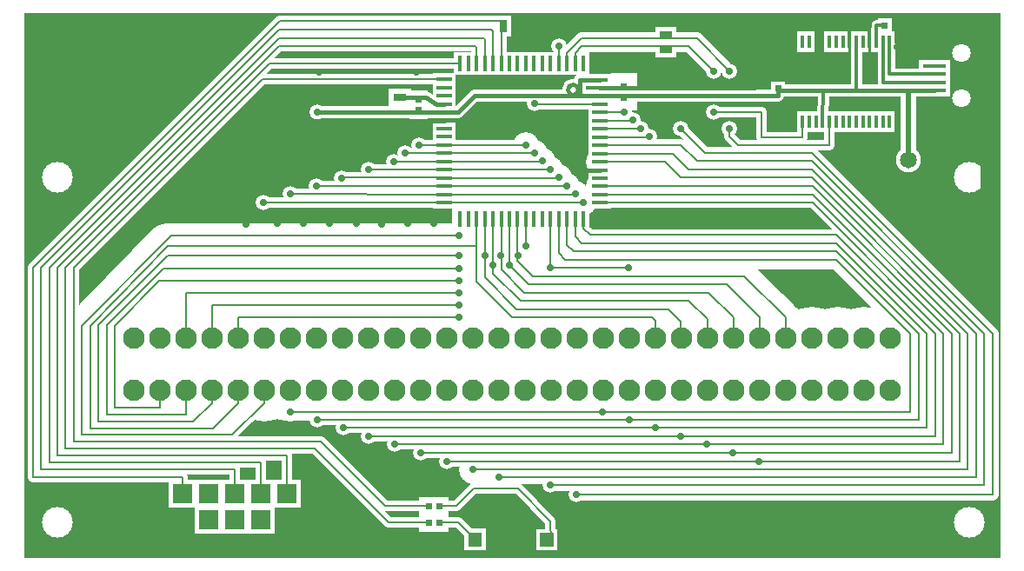
<source format=gbr>
%FSLAX34Y34*%
%MOMM*%
%LNCOPPER_TOP*%
G71*
G01*
%ADD10C, 0.00*%
%ADD11R, 1.10X2.10*%
%ADD12R, 0.30X1.30*%
%ADD13C, 0.40*%
%ADD14C, 1.10*%
%ADD15C, 1.20*%
%ADD16C, 0.30*%
%ADD17R, 2.50X2.00*%
%ADD18R, 2.30X0.40*%
%ADD19R, 3.10X1.20*%
%ADD20C, 1.80*%
%ADD21C, 0.80*%
%ADD22R, 2.20X1.80*%
%ADD23R, 1.60X2.00*%
%ADD24C, 1.00*%
%ADD25R, 1.50X0.40*%
%ADD26C, 6.10*%
%ADD27C, 1.50*%
%ADD28C, 2.50*%
%ADD29R, 1.20X2.30*%
%ADD30R, 2.30X1.20*%
%ADD31R, 3.20X4.30*%
%ADD32C, 2.80*%
%ADD33C, 7.70*%
%ADD34C, 1.80*%
%ADD35C, 1.60*%
%ADD36C, 4.70*%
%ADD37C, 1.40*%
%ADD38C, 2.40*%
%ADD39C, 3.00*%
%ADD40C, 2.20*%
%ADD41C, 4.40*%
%ADD42R, 2.00X1.60*%
%ADD43C, 0.70*%
%ADD44C, 0.20*%
%ADD45C, 3.00*%
%ADD46C, 1.64*%
%ADD47C, 2.44*%
%ADD48C, 1.50*%
%ADD49R, 1.20X0.80*%
%ADD50R, 0.80X1.20*%
%ADD51C, 2.10*%
%ADD52R, 0.40X1.50*%
%ADD53C, 0.50*%
%LPD*%
G54D10*
X0Y0D02*
X950000Y0D01*
X950000Y-530000D01*
X0Y-530000D01*
X0Y0D01*
G36*
X0Y0D02*
X950000Y0D01*
X950000Y-530000D01*
X0Y-530000D01*
X0Y0D01*
G37*
%LPC*%
X842610Y-27751D02*
G54D11*
D03*
X842610Y-105751D02*
G54D11*
D03*
X836110Y-27751D02*
G54D11*
D03*
X836110Y-105751D02*
G54D11*
D03*
X829610Y-27751D02*
G54D11*
D03*
X829610Y-105751D02*
G54D11*
D03*
X823110Y-27751D02*
G54D12*
D03*
X823110Y-105751D02*
G54D11*
D03*
X816610Y-27751D02*
G54D11*
D03*
X816610Y-105751D02*
G54D11*
D03*
X810110Y-27751D02*
G54D11*
D03*
X810110Y-105751D02*
G54D11*
D03*
X803610Y-27751D02*
G54D12*
D03*
X803610Y-105751D02*
G54D11*
D03*
X797110Y-27751D02*
G54D11*
D03*
X797110Y-105751D02*
G54D11*
D03*
X790610Y-27751D02*
G54D11*
D03*
X790610Y-105751D02*
G54D11*
D03*
X784110Y-27751D02*
G54D11*
D03*
X784110Y-105751D02*
G54D11*
D03*
X777610Y-27751D02*
G54D12*
D03*
X777610Y-105751D02*
G54D11*
D03*
X771110Y-27751D02*
G54D12*
D03*
X771110Y-105751D02*
G54D11*
D03*
X764610Y-27751D02*
G54D11*
D03*
X764610Y-105751D02*
G54D11*
D03*
X758110Y-27751D02*
G54D11*
D03*
X758110Y-105751D02*
G54D11*
D03*
G54D13*
X850170Y-12133D02*
X886170Y-12133D01*
G54D14*
X829610Y-27751D02*
X829610Y-11429D01*
X835972Y-11429D01*
G54D14*
X842519Y-29878D02*
X842519Y-59179D01*
X886200Y-59179D01*
G54D14*
X836117Y-31168D02*
X836117Y-67179D01*
X886200Y-67179D01*
G54D15*
X886170Y-75133D02*
X810120Y-75133D01*
G54D14*
X777888Y-75227D02*
X777596Y-104858D01*
G54D13*
X854170Y-12133D02*
X854170Y-2633D01*
X823068Y-2657D01*
X823074Y-12132D01*
X771106Y-12133D01*
X771061Y-12087D01*
G54D16*
X777552Y-26857D02*
X777552Y-12276D01*
X777740Y-12087D01*
G54D16*
X803611Y-24787D02*
X803611Y-12087D01*
G54D16*
X823084Y-25540D02*
X823084Y-7948D01*
G54D15*
X810120Y-75133D02*
X733814Y-75174D01*
G36*
X727072Y-80244D02*
X727072Y-66244D01*
X741072Y-66244D01*
X741072Y-80244D01*
X727072Y-80244D01*
G37*
G36*
X731072Y-65844D02*
X731072Y-59844D01*
X737072Y-59844D01*
X737072Y-65844D01*
X731072Y-65844D01*
G37*
G54D13*
X734170Y-60133D02*
X734170Y-12133D01*
X770170Y-12133D01*
X934500Y-14579D02*
G54D17*
D03*
X934500Y-103579D02*
G54D17*
D03*
X887500Y-14579D02*
G54D17*
D03*
X887500Y-103579D02*
G54D17*
D03*
X886200Y-43179D02*
G54D18*
D03*
X886200Y-51179D02*
G54D19*
D03*
X886200Y-59179D02*
G54D19*
D03*
X886200Y-67179D02*
G54D19*
D03*
X886200Y-75179D02*
G54D19*
D03*
X912323Y-38770D02*
G54D20*
D03*
X912323Y-82770D02*
G54D20*
D03*
G54D13*
X884964Y-42682D02*
X884963Y-12031D01*
X936158Y-12031D01*
G54D13*
X560072Y-72531D02*
X711000Y-72531D01*
X711000Y-62844D01*
X734072Y-62844D01*
G54D15*
X560670Y-80531D02*
X733814Y-80531D01*
X733814Y-75174D01*
G54D15*
X560072Y-64531D02*
X540786Y-64531D01*
X540565Y-64751D01*
X540565Y-80301D01*
X559842Y-80301D01*
X560072Y-80531D01*
G54D15*
X409072Y-96331D02*
X422669Y-96331D01*
X438699Y-80301D01*
X540565Y-80301D01*
G54D14*
X810166Y-30192D02*
X810120Y-75133D01*
G54D16*
X771061Y-25540D02*
X771061Y-12087D01*
G54D21*
X934841Y-235518D02*
X934500Y-14579D01*
X365572Y-81868D02*
G54D22*
D03*
G54D15*
X409072Y-88331D02*
X401636Y-88331D01*
X390819Y-81898D01*
X381572Y-81868D01*
X365572Y-81867D01*
X466410Y-12140D02*
G54D23*
D03*
G54D24*
X424372Y-48931D02*
X238880Y-48931D01*
X39989Y-247823D01*
X39989Y-424043D01*
X283043Y-424043D01*
X354750Y-495750D01*
X390800Y-495750D01*
G54D24*
X409072Y-64331D02*
X231700Y-64331D01*
X47884Y-248146D01*
X47884Y-417340D01*
X288340Y-417340D01*
X351000Y-480000D01*
X393716Y-479982D01*
X560072Y-72531D02*
G54D25*
D03*
G54D15*
G75*
G01X529411Y-74572D02*
G03X529411Y-74572I5000J0D01*
G01*
X842848Y-366888D02*
G54D26*
D03*
X817448Y-366888D02*
G54D26*
D03*
X792048Y-366888D02*
G54D26*
D03*
X766648Y-366888D02*
G54D26*
D03*
X741248Y-366888D02*
G54D26*
D03*
X715848Y-366888D02*
G54D26*
D03*
X690448Y-366888D02*
G54D26*
D03*
X665048Y-366888D02*
G54D26*
D03*
X639648Y-366888D02*
G54D26*
D03*
X614248Y-366888D02*
G54D26*
D03*
X588848Y-366888D02*
G54D26*
D03*
X563448Y-366888D02*
G54D26*
D03*
X538048Y-366888D02*
G54D26*
D03*
X512648Y-366888D02*
G54D26*
D03*
X487248Y-366888D02*
G54D26*
D03*
X461848Y-366888D02*
G54D26*
D03*
X436448Y-366888D02*
G54D26*
D03*
X411048Y-366888D02*
G54D26*
D03*
X385648Y-366888D02*
G54D26*
D03*
X360248Y-366888D02*
G54D26*
D03*
X334848Y-366888D02*
G54D26*
D03*
X309448Y-366888D02*
G54D26*
D03*
X284048Y-366888D02*
G54D26*
D03*
X258648Y-366888D02*
G54D26*
D03*
X233248Y-366888D02*
G54D26*
D03*
X207848Y-366888D02*
G54D26*
D03*
X182448Y-366888D02*
G54D26*
D03*
X157047Y-366888D02*
G54D26*
D03*
X131647Y-366888D02*
G54D26*
D03*
X106247Y-366888D02*
G54D26*
D03*
X842848Y-316089D02*
G54D26*
D03*
X817448Y-316089D02*
G54D26*
D03*
X792048Y-316089D02*
G54D26*
D03*
X766648Y-316089D02*
G54D26*
D03*
X741248Y-316089D02*
G54D26*
D03*
X715848Y-316089D02*
G54D26*
D03*
X690448Y-316089D02*
G54D26*
D03*
X665048Y-316089D02*
G54D26*
D03*
X639648Y-316089D02*
G54D26*
D03*
X614248Y-316089D02*
G54D26*
D03*
X588848Y-316089D02*
G54D26*
D03*
X563448Y-316089D02*
G54D26*
D03*
X538048Y-316089D02*
G54D26*
D03*
X512648Y-316089D02*
G54D26*
D03*
X436448Y-316089D02*
G54D26*
D03*
X411048Y-316089D02*
G54D26*
D03*
X385648Y-316089D02*
G54D26*
D03*
X360248Y-316089D02*
G54D26*
D03*
X334848Y-316089D02*
G54D26*
D03*
X309448Y-316089D02*
G54D26*
D03*
X284048Y-316089D02*
G54D26*
D03*
X258648Y-316089D02*
G54D26*
D03*
X233248Y-316089D02*
G54D26*
D03*
X207848Y-316089D02*
G54D26*
D03*
X182448Y-316089D02*
G54D26*
D03*
X157047Y-316089D02*
G54D26*
D03*
X131647Y-316089D02*
G54D26*
D03*
X106247Y-316089D02*
G54D26*
D03*
G54D24*
X409072Y-184331D02*
X232199Y-184612D01*
X258928Y-176158D02*
G54D27*
D03*
X284328Y-168404D02*
G54D27*
D03*
X309192Y-160765D02*
G54D27*
D03*
X335343Y-152229D02*
G54D27*
D03*
X359916Y-144674D02*
G54D27*
D03*
X370598Y-135809D02*
G54D27*
D03*
X384523Y-128033D02*
G54D27*
D03*
G54D24*
X409072Y-176331D02*
X258928Y-176158D01*
G54D24*
X409072Y-128331D02*
X384821Y-128331D01*
X384523Y-128033D01*
G54D24*
X409072Y-136331D02*
X371120Y-136331D01*
X370598Y-135809D01*
G54D24*
X409072Y-144331D02*
X359936Y-144695D01*
X359916Y-144674D01*
G54D24*
X407000Y-152000D02*
X335343Y-152229D01*
G54D24*
X407000Y-160000D02*
X309957Y-160000D01*
X309192Y-160765D01*
G54D24*
X409072Y-168331D02*
X285492Y-168331D01*
X284328Y-168404D01*
X232958Y-184439D02*
G54D27*
D03*
X488523Y-128033D02*
G54D28*
D03*
X496523Y-136033D02*
G54D28*
D03*
X504523Y-144033D02*
G54D28*
D03*
X512523Y-152033D02*
G54D28*
D03*
X520523Y-160033D02*
G54D28*
D03*
X528523Y-168033D02*
G54D28*
D03*
X536523Y-176033D02*
G54D28*
D03*
X544523Y-184033D02*
G54D28*
D03*
G54D24*
X409072Y-128331D02*
X488226Y-128331D01*
X488523Y-128033D01*
G54D24*
X409072Y-136331D02*
X496226Y-136331D01*
X496523Y-136033D01*
G54D24*
X409072Y-144331D02*
X504226Y-144331D01*
X504523Y-144033D01*
G54D24*
X409072Y-152331D02*
X512226Y-152331D01*
X512523Y-152033D01*
G54D24*
X409072Y-160331D02*
X520226Y-160331D01*
X520523Y-160033D01*
G54D24*
X409072Y-168331D02*
X528226Y-168331D01*
X528523Y-168033D01*
G54D24*
X409072Y-176331D02*
X536226Y-176331D01*
X536523Y-176033D01*
G54D24*
X409072Y-184331D02*
X544226Y-184331D01*
X544523Y-184033D01*
X544372Y-48931D02*
G54D29*
D03*
X536372Y-48931D02*
G54D29*
D03*
X528372Y-48931D02*
G54D29*
D03*
X520372Y-48931D02*
G54D29*
D03*
X512372Y-48931D02*
G54D29*
D03*
X504372Y-48931D02*
G54D29*
D03*
X496372Y-48931D02*
G54D29*
D03*
X560072Y-64531D02*
G54D30*
D03*
X560072Y-72531D02*
G54D25*
D03*
X560072Y-80531D02*
G54D30*
D03*
X560072Y-88531D02*
G54D30*
D03*
X560072Y-96531D02*
G54D30*
D03*
X560072Y-104531D02*
G54D30*
D03*
X560072Y-112531D02*
G54D30*
D03*
X488372Y-200331D02*
G54D29*
D03*
X496372Y-200331D02*
G54D29*
D03*
X504372Y-200331D02*
G54D29*
D03*
X512372Y-200331D02*
G54D29*
D03*
X520372Y-200331D02*
G54D29*
D03*
X528372Y-200331D02*
G54D29*
D03*
X536372Y-200331D02*
G54D29*
D03*
X409072Y-120331D02*
G54D30*
D03*
X409072Y-112331D02*
G54D30*
D03*
X409072Y-104331D02*
G54D25*
D03*
X409072Y-96331D02*
G54D30*
D03*
X409072Y-88331D02*
G54D30*
D03*
X409072Y-80331D02*
G54D30*
D03*
X409072Y-72331D02*
G54D30*
D03*
X409072Y-64331D02*
G54D30*
D03*
X409072Y-72331D02*
G54D30*
D03*
X409072Y-80331D02*
G54D30*
D03*
X409072Y-88331D02*
G54D30*
D03*
X409072Y-96331D02*
G54D30*
D03*
X409072Y-104331D02*
G54D25*
D03*
X409072Y-112331D02*
G54D30*
D03*
X488372Y-48931D02*
G54D29*
D03*
X496372Y-48931D02*
G54D29*
D03*
X504372Y-48931D02*
G54D29*
D03*
X512372Y-48931D02*
G54D29*
D03*
X520372Y-48931D02*
G54D29*
D03*
X528372Y-48931D02*
G54D29*
D03*
X536372Y-48931D02*
G54D29*
D03*
X560072Y-120531D02*
G54D30*
D03*
X560072Y-112531D02*
G54D30*
D03*
X560072Y-104531D02*
G54D30*
D03*
X560072Y-96531D02*
G54D30*
D03*
X560072Y-88531D02*
G54D30*
D03*
X560072Y-80531D02*
G54D30*
D03*
X560072Y-72531D02*
G54D25*
D03*
X544372Y-200331D02*
G54D29*
D03*
X536372Y-200331D02*
G54D29*
D03*
X528372Y-200331D02*
G54D29*
D03*
X520372Y-200331D02*
G54D29*
D03*
X512372Y-200331D02*
G54D29*
D03*
X504372Y-200331D02*
G54D29*
D03*
X496372Y-200331D02*
G54D29*
D03*
X560072Y-128531D02*
G54D30*
D03*
X560072Y-136531D02*
G54D30*
D03*
X560072Y-144531D02*
G54D30*
D03*
X560072Y-152531D02*
G54D30*
D03*
X560072Y-160531D02*
G54D30*
D03*
X560072Y-168531D02*
G54D30*
D03*
X560072Y-176531D02*
G54D30*
D03*
X560072Y-184531D02*
G54D30*
D03*
X560072Y-176531D02*
G54D30*
D03*
X560072Y-168531D02*
G54D30*
D03*
X560072Y-160531D02*
G54D30*
D03*
X560072Y-152531D02*
G54D25*
D03*
X560072Y-144531D02*
G54D30*
D03*
X560072Y-136531D02*
G54D30*
D03*
X480372Y-48931D02*
G54D29*
D03*
X472372Y-48931D02*
G54D29*
D03*
X464372Y-48931D02*
G54D29*
D03*
X456372Y-48931D02*
G54D29*
D03*
X448372Y-48931D02*
G54D29*
D03*
X440372Y-48931D02*
G54D29*
D03*
X432372Y-48931D02*
G54D29*
D03*
X424372Y-48931D02*
G54D29*
D03*
X432372Y-48931D02*
G54D29*
D03*
X440372Y-48931D02*
G54D29*
D03*
X448372Y-48931D02*
G54D29*
D03*
X456372Y-48931D02*
G54D29*
D03*
X464372Y-48931D02*
G54D29*
D03*
X472372Y-48931D02*
G54D29*
D03*
X424372Y-200331D02*
G54D29*
D03*
X432372Y-200331D02*
G54D29*
D03*
X448372Y-200331D02*
G54D29*
D03*
X456372Y-200331D02*
G54D29*
D03*
X464372Y-200331D02*
G54D29*
D03*
X472372Y-200331D02*
G54D29*
D03*
X480372Y-200331D02*
G54D29*
D03*
X480372Y-200331D02*
G54D29*
D03*
X472372Y-200331D02*
G54D29*
D03*
X464372Y-200331D02*
G54D29*
D03*
X456372Y-200331D02*
G54D29*
D03*
X448372Y-200331D02*
G54D29*
D03*
X432372Y-200331D02*
G54D31*
D03*
X409072Y-184331D02*
G54D30*
D03*
X409072Y-176331D02*
G54D30*
D03*
X409072Y-168331D02*
G54D30*
D03*
X409072Y-160331D02*
G54D30*
D03*
X409072Y-152331D02*
G54D30*
D03*
X409072Y-144331D02*
G54D30*
D03*
X409072Y-136331D02*
G54D30*
D03*
X409072Y-128331D02*
G54D30*
D03*
X409072Y-136331D02*
G54D30*
D03*
X409072Y-144331D02*
G54D30*
D03*
X409072Y-152331D02*
G54D30*
D03*
X409072Y-160331D02*
G54D30*
D03*
X409072Y-168331D02*
G54D30*
D03*
X409072Y-176331D02*
G54D30*
D03*
X440372Y-200331D02*
G54D29*
D03*
X461848Y-316088D02*
G54D26*
D03*
X487248Y-316088D02*
G54D26*
D03*
G54D32*
X440372Y-200331D02*
X440372Y-261372D01*
X475000Y-296000D01*
X611000Y-296000D01*
X614248Y-299248D01*
X614248Y-316089D01*
G54D32*
X448372Y-200331D02*
X448372Y-257372D01*
X479000Y-288000D01*
X627000Y-288000D01*
X639000Y-300000D01*
X639000Y-315441D01*
X639648Y-316089D01*
G54D32*
X456372Y-200331D02*
X456372Y-253372D01*
X483000Y-280000D01*
X647000Y-280000D01*
X665048Y-298048D01*
X665048Y-316089D01*
G54D32*
X464372Y-200331D02*
X464372Y-249372D01*
X487000Y-272000D01*
X666424Y-272000D01*
X690452Y-296028D01*
X690448Y-316089D01*
G54D32*
X472372Y-200331D02*
X472372Y-245372D01*
X491000Y-264000D01*
X684112Y-264000D01*
X715873Y-295761D01*
X715848Y-316089D01*
G54D32*
X480372Y-200331D02*
X480372Y-241372D01*
X495000Y-256000D01*
X701390Y-256000D01*
X741243Y-295853D01*
X741248Y-316089D01*
X512380Y-248105D02*
G54D33*
D03*
G54D24*
X512372Y-200331D02*
X512228Y-247954D01*
X512380Y-248105D01*
G54D34*
X520372Y-200331D02*
X520372Y-233372D01*
X527000Y-240000D01*
X791000Y-240000D01*
X863000Y-312000D01*
X863000Y-387953D01*
X563317Y-387953D01*
G54D34*
X528372Y-200331D02*
X528372Y-225372D01*
X535000Y-232000D01*
X791000Y-232000D01*
X871000Y-312000D01*
X871000Y-395935D01*
X588883Y-395935D01*
X588883Y-395935D02*
G54D27*
D03*
X614329Y-403866D02*
G54D27*
D03*
X639119Y-412048D02*
G54D27*
D03*
X664764Y-419771D02*
G54D27*
D03*
X689920Y-428156D02*
G54D27*
D03*
X715320Y-436855D02*
G54D27*
D03*
G54D34*
X536372Y-200331D02*
X536372Y-217372D01*
X543000Y-224000D01*
X791000Y-224000D01*
X879000Y-312000D01*
X879000Y-403866D01*
X614329Y-403866D01*
G54D24*
X544372Y-200331D02*
X544372Y-209372D01*
X551000Y-216000D01*
X791000Y-216000D01*
X887000Y-312000D01*
X887000Y-412048D01*
X639119Y-412048D01*
G54D24*
X560072Y-184531D02*
X767531Y-184531D01*
X895000Y-312000D01*
X895000Y-419771D01*
X664764Y-419771D01*
G54D24*
X560072Y-176531D02*
X767531Y-176531D01*
X903000Y-312000D01*
X903000Y-428156D01*
X689920Y-428156D01*
G54D32*
X560072Y-168531D02*
X767531Y-168531D01*
X911000Y-312000D01*
X911000Y-436855D01*
X715320Y-436855D01*
X563317Y-387953D02*
G54D27*
D03*
X284883Y-395935D02*
G54D27*
D03*
X310329Y-403866D02*
G54D27*
D03*
X335119Y-412048D02*
G54D27*
D03*
X360764Y-419771D02*
G54D27*
D03*
X385920Y-428156D02*
G54D27*
D03*
X411320Y-436855D02*
G54D27*
D03*
X259317Y-387953D02*
G54D27*
D03*
G54D35*
X563317Y-387953D02*
X259317Y-387953D01*
G54D24*
X588883Y-395935D02*
X284883Y-395935D01*
G54D24*
X614329Y-403866D02*
X310329Y-403866D01*
G54D24*
X639119Y-412048D02*
X335119Y-412048D01*
G54D24*
X664764Y-419771D02*
X360764Y-419771D01*
G54D24*
X689920Y-428156D02*
X385920Y-428156D01*
G54D24*
X715320Y-436855D02*
X411320Y-436855D01*
X423343Y-216229D02*
G54D27*
D03*
X423343Y-235754D02*
G54D27*
D03*
X423343Y-248229D02*
G54D27*
D03*
X423343Y-260229D02*
G54D27*
D03*
X423343Y-272229D02*
G54D36*
D03*
X423343Y-284229D02*
G54D36*
D03*
X480580Y-236146D02*
G54D27*
D03*
G54D24*
X488372Y-200331D02*
X488372Y-226628D01*
X488372Y-226628D02*
G54D33*
D03*
X423343Y-296229D02*
G54D27*
D03*
G54D34*
X423343Y-296229D02*
X207848Y-296229D01*
X207848Y-316089D01*
G54D15*
X423343Y-284229D02*
X183000Y-284229D01*
X183000Y-315536D01*
X182448Y-316089D01*
X472372Y-245372D02*
G54D27*
D03*
X464244Y-235786D02*
G54D27*
D03*
X456366Y-245512D02*
G54D27*
D03*
X448439Y-235634D02*
G54D27*
D03*
G54D37*
X423343Y-272229D02*
X157047Y-272229D01*
X157047Y-316089D01*
G54D38*
X423343Y-260229D02*
X130771Y-260229D01*
X88032Y-304196D01*
X88032Y-383855D01*
X131632Y-383855D01*
X131647Y-366888D01*
G54D39*
X423343Y-248229D02*
X135637Y-248229D01*
X80235Y-303630D01*
X80235Y-390792D01*
X157047Y-390792D01*
X157047Y-366888D01*
G54D40*
X423343Y-235754D02*
X139246Y-235754D01*
X71982Y-304000D01*
X71982Y-397653D01*
X164596Y-397653D01*
X182448Y-379801D01*
X182448Y-366888D01*
G54D41*
X440192Y-226960D02*
X140040Y-226960D01*
X64126Y-304188D01*
X64126Y-404000D01*
X183783Y-404000D01*
X207848Y-379935D01*
X207848Y-366888D01*
G54D24*
X423343Y-216229D02*
X142771Y-216229D01*
X55844Y-304188D01*
X55844Y-410301D01*
X202638Y-410301D01*
X233269Y-379670D01*
X233248Y-366888D01*
X588523Y-248033D02*
G54D27*
D03*
G54D24*
X588523Y-248033D02*
X512380Y-248105D01*
X496523Y-88033D02*
G54D27*
D03*
X584523Y-96033D02*
G54D27*
D03*
G54D24*
X560072Y-88531D02*
X497021Y-88531D01*
X496523Y-88033D01*
X592523Y-104033D02*
G54D27*
D03*
X600523Y-112033D02*
G54D27*
D03*
G54D24*
X560072Y-96531D02*
X584026Y-96531D01*
X584523Y-96033D01*
G54D24*
X560072Y-104531D02*
X592026Y-104531D01*
X592523Y-104033D01*
G54D24*
X560072Y-112531D02*
X600026Y-112531D01*
X600523Y-112033D01*
X608523Y-120033D02*
G54D27*
D03*
G54D24*
X560072Y-120531D02*
X608026Y-120531D01*
X608523Y-120033D01*
X436905Y-444162D02*
G54D27*
D03*
X462267Y-452066D02*
G54D27*
D03*
X512531Y-459715D02*
G54D27*
D03*
X537443Y-468361D02*
G54D27*
D03*
G54D32*
X436905Y-444162D02*
X919000Y-444162D01*
X919000Y-312000D01*
X767000Y-160000D01*
X639000Y-160000D01*
X623531Y-144531D01*
X560072Y-144531D01*
G54D15*
X462267Y-452066D02*
X927000Y-452066D01*
X927000Y-312000D01*
X767000Y-152000D01*
X647000Y-152000D01*
X631531Y-136531D01*
X560072Y-136531D01*
G54D15*
X512531Y-459715D02*
X935000Y-459715D01*
X935000Y-312000D01*
X767000Y-144000D01*
X655000Y-144000D01*
X639531Y-128531D01*
X560072Y-128531D01*
G54D15*
X537443Y-468361D02*
X943000Y-468361D01*
X943000Y-312000D01*
X767000Y-136000D01*
X663000Y-136000D01*
X639000Y-112000D01*
X520523Y-32033D02*
G54D27*
D03*
G54D24*
X520372Y-48931D02*
X520372Y-32184D01*
X520523Y-32033D01*
X639000Y-112000D02*
G54D27*
D03*
G54D15*
X536372Y-48931D02*
X536372Y-38628D01*
X543000Y-32000D01*
X647000Y-32000D01*
X671000Y-56000D01*
G54D15*
X528372Y-48931D02*
X528372Y-38628D01*
X543000Y-24000D01*
X655000Y-24000D01*
X687000Y-56000D01*
X671000Y-56000D02*
G54D27*
D03*
X671000Y-96000D02*
G54D27*
D03*
X687000Y-112000D02*
G54D27*
D03*
X687000Y-56000D02*
G54D27*
D03*
G54D24*
X687000Y-112000D02*
X687000Y-120000D01*
X695000Y-128000D01*
X784110Y-128000D01*
X784110Y-105751D01*
G54D24*
X671000Y-96000D02*
X718000Y-96000D01*
X718000Y-120915D01*
X758098Y-120915D01*
X758098Y-105763D01*
X758110Y-105751D01*
X284958Y-96439D02*
G54D27*
D03*
G36*
X428500Y-502192D02*
X449500Y-502192D01*
X449500Y-523192D01*
X428500Y-523192D01*
X428500Y-502192D01*
G37*
G36*
X454250Y-506192D02*
X467250Y-506192D01*
X467250Y-519192D01*
X454250Y-519192D01*
X454250Y-506192D01*
G37*
X624372Y-21239D02*
G54D42*
D03*
X624372Y-35068D02*
G54D42*
D03*
G54D15*
X409072Y-96331D02*
X284958Y-96439D01*
G36*
X831019Y-4979D02*
X845019Y-4979D01*
X845019Y-18979D01*
X831019Y-18979D01*
X831019Y-4979D01*
G37*
G36*
X845419Y-8979D02*
X851419Y-8979D01*
X851419Y-14979D01*
X845419Y-14979D01*
X845419Y-8979D01*
G37*
G36*
X216900Y-506900D02*
X216900Y-479900D01*
X243900Y-479900D01*
X243900Y-506900D01*
X216900Y-506900D01*
G37*
G36*
X191500Y-506900D02*
X191500Y-479900D01*
X218500Y-479900D01*
X218500Y-506900D01*
X191500Y-506900D01*
G37*
G36*
X166100Y-506900D02*
X166100Y-479900D01*
X193100Y-479900D01*
X193100Y-506900D01*
X166100Y-506900D01*
G37*
G36*
X166100Y-481500D02*
X166100Y-454500D01*
X193100Y-454500D01*
X193100Y-481500D01*
X166100Y-481500D01*
G37*
G36*
X191500Y-481500D02*
X191500Y-454500D01*
X218500Y-454500D01*
X218500Y-481500D01*
X191500Y-481500D01*
G37*
G36*
X216900Y-481500D02*
X216900Y-454500D01*
X243900Y-454500D01*
X243900Y-481500D01*
X216900Y-481500D01*
G37*
G36*
X246300Y-502900D02*
X246300Y-483900D01*
X265300Y-483900D01*
X265300Y-502900D01*
X246300Y-502900D01*
G37*
G36*
X242300Y-481500D02*
X242300Y-454500D01*
X269300Y-454500D01*
X269300Y-481500D01*
X242300Y-481500D01*
G37*
G36*
X144700Y-502900D02*
X144700Y-483900D01*
X163700Y-483900D01*
X163700Y-502900D01*
X144700Y-502900D01*
G37*
G36*
X140700Y-481500D02*
X140700Y-454500D01*
X167700Y-454500D01*
X167700Y-481500D01*
X140700Y-481500D01*
G37*
G54D24*
X404116Y-479982D02*
X420611Y-479982D01*
X437796Y-462796D01*
X480589Y-462796D01*
X512589Y-494796D01*
X512750Y-512692D01*
G54D24*
X407200Y-495750D02*
X422058Y-495750D01*
X439000Y-512692D01*
X461122Y-479902D02*
G54D43*
D03*
G54D44*
X460750Y-512692D02*
X460750Y-480274D01*
X461122Y-479902D01*
G54D44*
X491000Y-512692D02*
X460750Y-512692D01*
G54D24*
X440372Y-48931D02*
X440372Y-33372D01*
X439000Y-32000D01*
X248067Y-32000D01*
X32071Y-247996D01*
X32071Y-430671D01*
X255800Y-430671D01*
X255800Y-468000D01*
G54D24*
X448372Y-48931D02*
X448372Y-25372D01*
X447000Y-24000D01*
X248017Y-24000D01*
X24154Y-247863D01*
X24154Y-437026D01*
X230400Y-437026D01*
X230400Y-468000D01*
G54D24*
X456372Y-48931D02*
X456372Y-17372D01*
X455000Y-16000D01*
X247886Y-16000D01*
X16003Y-247882D01*
X16003Y-444000D01*
X205000Y-444000D01*
X205000Y-468000D01*
G54D24*
X464372Y-48931D02*
X464372Y-7068D01*
X248950Y-7068D01*
X8009Y-248009D01*
X8009Y-452000D01*
X154200Y-452000D01*
X154200Y-468000D01*
G54D13*
X409072Y-104331D02*
X251000Y-104331D01*
X251000Y-91883D01*
G36*
X597082Y-58528D02*
X597082Y-84528D01*
X571082Y-84528D01*
X571082Y-58528D01*
X597082Y-58528D01*
G37*
G36*
X597082Y-68928D02*
X597082Y-94928D01*
X571082Y-94928D01*
X571082Y-68928D01*
X597082Y-68928D01*
G37*
G36*
X392925Y-74883D02*
X392925Y-92883D01*
X374925Y-92883D01*
X374925Y-74883D01*
X392925Y-74883D01*
G37*
G36*
X392925Y-85283D02*
X392925Y-103283D01*
X374925Y-103283D01*
X374925Y-85283D01*
X392925Y-85283D01*
G37*
X251000Y-91883D02*
G54D43*
D03*
X945803Y-63465D02*
G54D43*
D03*
X900741Y-32318D02*
G54D43*
D03*
X849941Y-32318D02*
G54D43*
D03*
X756341Y-48318D02*
G54D43*
D03*
X705541Y-48318D02*
G54D43*
D03*
X138741Y-32318D02*
G54D43*
D03*
X87941Y-32318D02*
G54D43*
D03*
X37141Y-32318D02*
G54D43*
D03*
X37141Y-83118D02*
G54D43*
D03*
X87941Y-83118D02*
G54D43*
D03*
X138741Y-83118D02*
G54D43*
D03*
X37141Y-133918D02*
G54D43*
D03*
X87941Y-133918D02*
G54D43*
D03*
X37141Y-184718D02*
G54D43*
D03*
X934841Y-235518D02*
G54D43*
D03*
X934817Y-285708D02*
G54D43*
D03*
X752386Y-283636D02*
G54D43*
D03*
X730941Y-260918D02*
G54D43*
D03*
X726420Y-202290D02*
G54D43*
D03*
X675620Y-202290D02*
G54D43*
D03*
X624820Y-202290D02*
G54D43*
D03*
X574020Y-202290D02*
G54D43*
D03*
X269220Y-151490D02*
G54D43*
D03*
X345420Y-126090D02*
G54D43*
D03*
X428134Y-109358D02*
G54D43*
D03*
X436362Y-66756D02*
G54D43*
D03*
X512501Y-66756D02*
G54D43*
D03*
X560268Y-46690D02*
G54D43*
D03*
X595808Y-46690D02*
G54D43*
D03*
X623683Y-63066D02*
G54D43*
D03*
X655042Y-63415D02*
G54D43*
D03*
X381670Y-40483D02*
G54D43*
D03*
X287032Y-40483D02*
G54D43*
D03*
X381670Y-57373D02*
G54D43*
D03*
X287032Y-57373D02*
G54D43*
D03*
X271418Y-77700D02*
G54D43*
D03*
X309049Y-77700D02*
G54D43*
D03*
X346331Y-77700D02*
G54D43*
D03*
X180902Y-140736D02*
G54D43*
D03*
X223261Y-140467D02*
G54D43*
D03*
X127783Y-194102D02*
G54D43*
D03*
X170142Y-193834D02*
G54D43*
D03*
X87289Y-234021D02*
G54D43*
D03*
X56856Y-274392D02*
G54D43*
D03*
X799141Y-133918D02*
G54D43*
D03*
X640665Y-97738D02*
G54D43*
D03*
X545141Y-505518D02*
G54D43*
D03*
X595941Y-505518D02*
G54D43*
D03*
X646741Y-505518D02*
G54D43*
D03*
X697541Y-505518D02*
G54D43*
D03*
X748341Y-505518D02*
G54D43*
D03*
X799141Y-505518D02*
G54D43*
D03*
X849941Y-505518D02*
G54D43*
D03*
X900741Y-505518D02*
G54D43*
D03*
X216163Y-205341D02*
G54D43*
D03*
X246430Y-204748D02*
G54D43*
D03*
X271653Y-204748D02*
G54D43*
D03*
X296875Y-204748D02*
G54D43*
D03*
X323285Y-204748D02*
G54D43*
D03*
X348211Y-205044D02*
G54D43*
D03*
X373433Y-204748D02*
G54D43*
D03*
X398952Y-204748D02*
G54D43*
D03*
G36*
X413137Y-505059D02*
X395137Y-505059D01*
X395137Y-487059D01*
X413137Y-487059D01*
X413137Y-505059D01*
G37*
G36*
X402737Y-505059D02*
X384737Y-505059D01*
X384737Y-487059D01*
X402737Y-487059D01*
X402737Y-505059D01*
G37*
G36*
X413116Y-488982D02*
X395116Y-488982D01*
X395116Y-470982D01*
X413116Y-470982D01*
X413116Y-488982D01*
G37*
G36*
X402716Y-488982D02*
X384716Y-488982D01*
X384716Y-470982D01*
X402716Y-470982D01*
X402716Y-488982D01*
G37*
G54D13*
X560072Y-152531D02*
X535531Y-152531D01*
X535000Y-152000D01*
X331141Y-433518D02*
G54D43*
D03*
X371141Y-457518D02*
G54D43*
D03*
X419141Y-457518D02*
G54D43*
D03*
G36*
X519333Y-523289D02*
X498333Y-523289D01*
X498333Y-502289D01*
X519333Y-502289D01*
X519333Y-523289D01*
G37*
G36*
X493583Y-519289D02*
X480583Y-519289D01*
X480583Y-506289D01*
X493583Y-506289D01*
X493583Y-519289D01*
G37*
X849941Y-184718D02*
G54D43*
D03*
X900741Y-184718D02*
G54D43*
D03*
X122741Y-468318D02*
G54D43*
D03*
X71941Y-468318D02*
G54D43*
D03*
X21141Y-468318D02*
G54D43*
D03*
X21141Y-519118D02*
G54D43*
D03*
X71941Y-519118D02*
G54D43*
D03*
X122741Y-519118D02*
G54D43*
D03*
X505541Y-8318D02*
G54D43*
D03*
X577541Y-8318D02*
G54D43*
D03*
X649541Y-8318D02*
G54D43*
D03*
X721541Y-8318D02*
G54D43*
D03*
X32000Y-496000D02*
G54D45*
D03*
X32000Y-160000D02*
G54D45*
D03*
X920000Y-496000D02*
G54D45*
D03*
X920000Y-160000D02*
G54D45*
D03*
G36*
X112000Y-264000D02*
X192000Y-264000D01*
X192000Y-304000D01*
X112000Y-304000D01*
X112000Y-264000D01*
G37*
G54D21*
X112000Y-264000D02*
X192000Y-264000D01*
X192000Y-304000D01*
X112000Y-304000D01*
X112000Y-264000D01*
X860630Y-168070D02*
G54D46*
D03*
X860630Y-143170D02*
G54D47*
D03*
G54D48*
X860630Y-143170D02*
X860630Y-76405D01*
X860425Y-76200D01*
X900741Y-133918D02*
G54D43*
D03*
%LPD*%
X842610Y-27751D02*
G54D12*
D03*
X842610Y-105751D02*
G54D12*
D03*
X836110Y-27751D02*
G54D12*
D03*
X836110Y-105751D02*
G54D12*
D03*
X829610Y-27751D02*
G54D12*
D03*
X829610Y-105751D02*
G54D12*
D03*
X823110Y-27751D02*
G54D12*
D03*
X823110Y-105751D02*
G54D12*
D03*
X816610Y-27751D02*
G54D12*
D03*
X816610Y-105751D02*
G54D12*
D03*
X810110Y-27751D02*
G54D12*
D03*
X810110Y-105751D02*
G54D12*
D03*
X803610Y-27751D02*
G54D12*
D03*
X803610Y-105751D02*
G54D12*
D03*
X797110Y-27751D02*
G54D12*
D03*
X797110Y-105751D02*
G54D12*
D03*
X790610Y-27751D02*
G54D12*
D03*
X790610Y-105751D02*
G54D12*
D03*
X784110Y-27751D02*
G54D12*
D03*
X784110Y-105751D02*
G54D12*
D03*
X777610Y-27751D02*
G54D12*
D03*
X777610Y-105751D02*
G54D12*
D03*
X771110Y-27751D02*
G54D12*
D03*
X771110Y-105751D02*
G54D12*
D03*
X764610Y-27751D02*
G54D12*
D03*
X764610Y-105751D02*
G54D12*
D03*
X758110Y-27751D02*
G54D12*
D03*
X758110Y-105751D02*
G54D12*
D03*
G54D13*
X850170Y-12133D02*
X886170Y-12133D01*
G54D16*
X829610Y-27751D02*
X829610Y-11429D01*
X835972Y-11429D01*
G54D16*
X842519Y-29878D02*
X842519Y-59179D01*
X886200Y-59179D01*
G54D16*
X836117Y-31168D02*
X836117Y-67179D01*
X886200Y-67179D01*
G54D13*
X886170Y-75133D02*
X810120Y-75133D01*
G54D16*
X777888Y-75227D02*
X777596Y-104858D01*
G54D13*
X854170Y-12133D02*
X854170Y-2633D01*
X823068Y-2657D01*
X823074Y-12132D01*
X771106Y-12133D01*
X771061Y-12087D01*
G54D16*
X777552Y-26857D02*
X777552Y-12276D01*
X777740Y-12087D01*
G54D16*
X803611Y-24787D02*
X803611Y-12087D01*
G54D16*
X823084Y-25540D02*
X823084Y-7948D01*
G54D13*
X810120Y-75133D02*
X733814Y-75174D01*
G36*
X731072Y-76244D02*
X731072Y-70244D01*
X737072Y-70244D01*
X737072Y-76244D01*
X731072Y-76244D01*
G37*
G36*
X731072Y-65844D02*
X731072Y-59844D01*
X737072Y-59844D01*
X737072Y-65844D01*
X731072Y-65844D01*
G37*
G54D13*
X734170Y-60133D02*
X734170Y-12133D01*
X770170Y-12133D01*
X934500Y-14579D02*
G54D17*
D03*
X934500Y-103579D02*
G54D17*
D03*
X887500Y-14579D02*
G54D17*
D03*
X887500Y-103579D02*
G54D17*
D03*
X886200Y-43179D02*
G54D18*
D03*
X886200Y-51179D02*
G54D18*
D03*
X886200Y-59179D02*
G54D18*
D03*
X886200Y-67179D02*
G54D18*
D03*
X886200Y-75179D02*
G54D18*
D03*
G54D13*
X884964Y-42682D02*
X884963Y-12031D01*
X936158Y-12031D01*
G54D13*
X560072Y-72531D02*
X711000Y-72531D01*
X711000Y-62844D01*
X734072Y-62844D01*
G54D13*
X560670Y-80531D02*
X733814Y-80531D01*
X733814Y-75174D01*
G54D13*
X560072Y-64531D02*
X540786Y-64531D01*
X540565Y-64751D01*
X540565Y-80301D01*
X559842Y-80301D01*
X560072Y-80531D01*
G54D13*
X409072Y-96331D02*
X422669Y-96331D01*
X438699Y-80301D01*
X540565Y-80301D01*
G54D16*
X810166Y-30192D02*
X810120Y-75133D01*
G54D16*
X771061Y-25540D02*
X771061Y-12087D01*
G54D21*
X934841Y-235518D02*
X934500Y-14579D01*
X365572Y-81868D02*
G54D49*
D03*
G54D13*
X409072Y-88331D02*
X401636Y-88331D01*
X390819Y-81898D01*
X381572Y-81868D01*
X365572Y-81867D01*
X466410Y-12140D02*
G54D50*
D03*
G54D44*
X424372Y-48931D02*
X238880Y-48931D01*
X39989Y-247823D01*
X39989Y-424043D01*
X283043Y-424043D01*
X354750Y-495750D01*
X390800Y-495750D01*
G54D44*
X409072Y-64331D02*
X231700Y-64331D01*
X47884Y-248146D01*
X47884Y-417340D01*
X288340Y-417340D01*
X351000Y-480000D01*
X393716Y-479982D01*
X560072Y-72531D02*
G54D25*
D03*
G54D13*
G75*
G01X529411Y-74572D02*
G03X529411Y-74572I5000J0D01*
G01*
X842848Y-366888D02*
G54D51*
D03*
X817448Y-366888D02*
G54D51*
D03*
X792048Y-366888D02*
G54D51*
D03*
X766648Y-366888D02*
G54D51*
D03*
X741248Y-366888D02*
G54D51*
D03*
X715848Y-366888D02*
G54D51*
D03*
X690448Y-366888D02*
G54D51*
D03*
X665048Y-366888D02*
G54D51*
D03*
X639648Y-366888D02*
G54D51*
D03*
X614248Y-366888D02*
G54D51*
D03*
X588848Y-366888D02*
G54D51*
D03*
X563448Y-366888D02*
G54D51*
D03*
X538048Y-366888D02*
G54D51*
D03*
X512648Y-366888D02*
G54D51*
D03*
X487248Y-366888D02*
G54D51*
D03*
X461848Y-366888D02*
G54D51*
D03*
X436448Y-366888D02*
G54D51*
D03*
X411048Y-366888D02*
G54D51*
D03*
X385648Y-366888D02*
G54D51*
D03*
X360248Y-366888D02*
G54D51*
D03*
X334848Y-366888D02*
G54D51*
D03*
X309448Y-366888D02*
G54D51*
D03*
X284048Y-366888D02*
G54D51*
D03*
X258648Y-366888D02*
G54D51*
D03*
X233248Y-366888D02*
G54D51*
D03*
X207848Y-366888D02*
G54D51*
D03*
X182448Y-366888D02*
G54D51*
D03*
X157047Y-366888D02*
G54D51*
D03*
X131647Y-366888D02*
G54D51*
D03*
X106247Y-366888D02*
G54D51*
D03*
X842848Y-316089D02*
G54D51*
D03*
X817448Y-316089D02*
G54D51*
D03*
X792048Y-316089D02*
G54D51*
D03*
X766648Y-316089D02*
G54D51*
D03*
X741248Y-316089D02*
G54D51*
D03*
X715848Y-316089D02*
G54D51*
D03*
X690448Y-316089D02*
G54D51*
D03*
X665048Y-316089D02*
G54D51*
D03*
X639648Y-316089D02*
G54D51*
D03*
X614248Y-316089D02*
G54D51*
D03*
X588848Y-316089D02*
G54D51*
D03*
X563448Y-316089D02*
G54D51*
D03*
X538048Y-316089D02*
G54D51*
D03*
X512648Y-316089D02*
G54D51*
D03*
X436448Y-316089D02*
G54D51*
D03*
X411048Y-316089D02*
G54D51*
D03*
X385648Y-316089D02*
G54D51*
D03*
X360248Y-316089D02*
G54D51*
D03*
X334848Y-316089D02*
G54D51*
D03*
X309448Y-316089D02*
G54D51*
D03*
X284048Y-316089D02*
G54D51*
D03*
X258648Y-316089D02*
G54D51*
D03*
X233248Y-316089D02*
G54D51*
D03*
X207848Y-316089D02*
G54D51*
D03*
X182448Y-316089D02*
G54D51*
D03*
X157047Y-316089D02*
G54D51*
D03*
X131647Y-316089D02*
G54D51*
D03*
X106247Y-316089D02*
G54D51*
D03*
G54D44*
X409072Y-184331D02*
X232199Y-184612D01*
X258928Y-176158D02*
G54D43*
D03*
X284328Y-168404D02*
G54D43*
D03*
X309192Y-160765D02*
G54D43*
D03*
X335343Y-152229D02*
G54D43*
D03*
X359916Y-144674D02*
G54D43*
D03*
X370598Y-135809D02*
G54D43*
D03*
X384523Y-128033D02*
G54D43*
D03*
G54D44*
X409072Y-176331D02*
X258928Y-176158D01*
G54D44*
X409072Y-128331D02*
X384821Y-128331D01*
X384523Y-128033D01*
G54D44*
X409072Y-136331D02*
X371120Y-136331D01*
X370598Y-135809D01*
G54D44*
X409072Y-144331D02*
X359936Y-144695D01*
X359916Y-144674D01*
G54D44*
X407000Y-152000D02*
X335343Y-152229D01*
G54D44*
X407000Y-160000D02*
X309957Y-160000D01*
X309192Y-160765D01*
G54D44*
X409072Y-168331D02*
X285492Y-168331D01*
X284328Y-168404D01*
X232958Y-184439D02*
G54D43*
D03*
X488523Y-128033D02*
G54D43*
D03*
X496523Y-136033D02*
G54D43*
D03*
X504523Y-144033D02*
G54D43*
D03*
X512523Y-152033D02*
G54D43*
D03*
X520523Y-160033D02*
G54D43*
D03*
X528523Y-168033D02*
G54D43*
D03*
X536523Y-176033D02*
G54D43*
D03*
X544523Y-184033D02*
G54D43*
D03*
G54D44*
X409072Y-128331D02*
X488226Y-128331D01*
X488523Y-128033D01*
G54D44*
X409072Y-136331D02*
X496226Y-136331D01*
X496523Y-136033D01*
G54D44*
X409072Y-144331D02*
X504226Y-144331D01*
X504523Y-144033D01*
G54D44*
X409072Y-152331D02*
X512226Y-152331D01*
X512523Y-152033D01*
G54D44*
X409072Y-160331D02*
X520226Y-160331D01*
X520523Y-160033D01*
G54D44*
X409072Y-168331D02*
X528226Y-168331D01*
X528523Y-168033D01*
G54D44*
X409072Y-176331D02*
X536226Y-176331D01*
X536523Y-176033D01*
G54D44*
X409072Y-184331D02*
X544226Y-184331D01*
X544523Y-184033D01*
X544372Y-48931D02*
G54D52*
D03*
X536372Y-48931D02*
G54D52*
D03*
X528372Y-48931D02*
G54D52*
D03*
X520372Y-48931D02*
G54D52*
D03*
X512372Y-48931D02*
G54D52*
D03*
X504372Y-48931D02*
G54D52*
D03*
X496372Y-48931D02*
G54D52*
D03*
X560072Y-64531D02*
G54D25*
D03*
X560072Y-72531D02*
G54D25*
D03*
X560072Y-80531D02*
G54D25*
D03*
X560072Y-88531D02*
G54D25*
D03*
X560072Y-96531D02*
G54D25*
D03*
X560072Y-104531D02*
G54D25*
D03*
X560072Y-112531D02*
G54D25*
D03*
X488372Y-200331D02*
G54D52*
D03*
X496372Y-200331D02*
G54D52*
D03*
X504372Y-200331D02*
G54D52*
D03*
X512372Y-200331D02*
G54D52*
D03*
X520372Y-200331D02*
G54D52*
D03*
X528372Y-200331D02*
G54D52*
D03*
X536372Y-200331D02*
G54D52*
D03*
X409072Y-120331D02*
G54D25*
D03*
X409072Y-112331D02*
G54D25*
D03*
X409072Y-104331D02*
G54D25*
D03*
X409072Y-96331D02*
G54D25*
D03*
X409072Y-88331D02*
G54D25*
D03*
X409072Y-80331D02*
G54D25*
D03*
X409072Y-72331D02*
G54D25*
D03*
X409072Y-64331D02*
G54D25*
D03*
X409072Y-72331D02*
G54D25*
D03*
X409072Y-80331D02*
G54D25*
D03*
X409072Y-88331D02*
G54D25*
D03*
X409072Y-96331D02*
G54D25*
D03*
X409072Y-104331D02*
G54D25*
D03*
X409072Y-112331D02*
G54D25*
D03*
X488372Y-48931D02*
G54D52*
D03*
X496372Y-48931D02*
G54D52*
D03*
X504372Y-48931D02*
G54D52*
D03*
X512372Y-48931D02*
G54D52*
D03*
X520372Y-48931D02*
G54D52*
D03*
X528372Y-48931D02*
G54D52*
D03*
X536372Y-48931D02*
G54D52*
D03*
X560072Y-120531D02*
G54D25*
D03*
X560072Y-112531D02*
G54D25*
D03*
X560072Y-104531D02*
G54D25*
D03*
X560072Y-96531D02*
G54D25*
D03*
X560072Y-88531D02*
G54D25*
D03*
X560072Y-80531D02*
G54D25*
D03*
X560072Y-72531D02*
G54D25*
D03*
X544372Y-200331D02*
G54D52*
D03*
X536372Y-200331D02*
G54D52*
D03*
X528372Y-200331D02*
G54D52*
D03*
X520372Y-200331D02*
G54D52*
D03*
X512372Y-200331D02*
G54D52*
D03*
X504372Y-200331D02*
G54D52*
D03*
X496372Y-200331D02*
G54D52*
D03*
X560072Y-128531D02*
G54D25*
D03*
X560072Y-136531D02*
G54D25*
D03*
X560072Y-144531D02*
G54D25*
D03*
X560072Y-152531D02*
G54D25*
D03*
X560072Y-160531D02*
G54D25*
D03*
X560072Y-168531D02*
G54D25*
D03*
X560072Y-176531D02*
G54D25*
D03*
X560072Y-184531D02*
G54D25*
D03*
X560072Y-176531D02*
G54D25*
D03*
X560072Y-168531D02*
G54D25*
D03*
X560072Y-160531D02*
G54D25*
D03*
X560072Y-152531D02*
G54D25*
D03*
X560072Y-144531D02*
G54D25*
D03*
X560072Y-136531D02*
G54D25*
D03*
X480372Y-48931D02*
G54D52*
D03*
X472372Y-48931D02*
G54D52*
D03*
X464372Y-48931D02*
G54D52*
D03*
X456372Y-48931D02*
G54D52*
D03*
X448372Y-48931D02*
G54D52*
D03*
X440372Y-48931D02*
G54D52*
D03*
X432372Y-48931D02*
G54D52*
D03*
X424372Y-48931D02*
G54D52*
D03*
X432372Y-48931D02*
G54D52*
D03*
X440372Y-48931D02*
G54D52*
D03*
X448372Y-48931D02*
G54D52*
D03*
X456372Y-48931D02*
G54D52*
D03*
X464372Y-48931D02*
G54D52*
D03*
X472372Y-48931D02*
G54D52*
D03*
X424372Y-200331D02*
G54D52*
D03*
X432372Y-200331D02*
G54D52*
D03*
X448372Y-200331D02*
G54D52*
D03*
X456372Y-200331D02*
G54D52*
D03*
X464372Y-200331D02*
G54D52*
D03*
X472372Y-200331D02*
G54D52*
D03*
X480372Y-200331D02*
G54D52*
D03*
X480372Y-200331D02*
G54D52*
D03*
X472372Y-200331D02*
G54D52*
D03*
X464372Y-200331D02*
G54D52*
D03*
X456372Y-200331D02*
G54D52*
D03*
X448372Y-200331D02*
G54D52*
D03*
X432372Y-200331D02*
G54D52*
D03*
X409072Y-184331D02*
G54D25*
D03*
X409072Y-176331D02*
G54D25*
D03*
X409072Y-168331D02*
G54D25*
D03*
X409072Y-160331D02*
G54D25*
D03*
X409072Y-152331D02*
G54D25*
D03*
X409072Y-144331D02*
G54D25*
D03*
X409072Y-136331D02*
G54D25*
D03*
X409072Y-128331D02*
G54D25*
D03*
X409072Y-136331D02*
G54D25*
D03*
X409072Y-144331D02*
G54D25*
D03*
X409072Y-152331D02*
G54D25*
D03*
X409072Y-160331D02*
G54D25*
D03*
X409072Y-168331D02*
G54D25*
D03*
X409072Y-176331D02*
G54D25*
D03*
X440372Y-200331D02*
G54D52*
D03*
X461848Y-316088D02*
G54D51*
D03*
X487248Y-316088D02*
G54D51*
D03*
G54D44*
X440372Y-200331D02*
X440372Y-261372D01*
X475000Y-296000D01*
X611000Y-296000D01*
X614248Y-299248D01*
X614248Y-316089D01*
G54D44*
X448372Y-200331D02*
X448372Y-257372D01*
X479000Y-288000D01*
X627000Y-288000D01*
X639000Y-300000D01*
X639000Y-315441D01*
X639648Y-316089D01*
G54D44*
X456372Y-200331D02*
X456372Y-253372D01*
X483000Y-280000D01*
X647000Y-280000D01*
X665048Y-298048D01*
X665048Y-316089D01*
G54D44*
X464372Y-200331D02*
X464372Y-249372D01*
X487000Y-272000D01*
X666424Y-272000D01*
X690452Y-296028D01*
X690448Y-316089D01*
G54D44*
X472372Y-200331D02*
X472372Y-245372D01*
X491000Y-264000D01*
X684112Y-264000D01*
X715873Y-295761D01*
X715848Y-316089D01*
G54D44*
X480372Y-200331D02*
X480372Y-241372D01*
X495000Y-256000D01*
X701390Y-256000D01*
X741243Y-295853D01*
X741248Y-316089D01*
X512380Y-248105D02*
G54D43*
D03*
G54D44*
X512372Y-200331D02*
X512228Y-247954D01*
X512380Y-248105D01*
G54D44*
X520372Y-200331D02*
X520372Y-233372D01*
X527000Y-240000D01*
X791000Y-240000D01*
X863000Y-312000D01*
X863000Y-387953D01*
X563317Y-387953D01*
G54D44*
X528372Y-200331D02*
X528372Y-225372D01*
X535000Y-232000D01*
X791000Y-232000D01*
X871000Y-312000D01*
X871000Y-395935D01*
X588883Y-395935D01*
X588883Y-395935D02*
G54D43*
D03*
X614329Y-403866D02*
G54D43*
D03*
X639119Y-412048D02*
G54D43*
D03*
X664764Y-419771D02*
G54D43*
D03*
X689920Y-428156D02*
G54D43*
D03*
X715320Y-436855D02*
G54D43*
D03*
G54D44*
X536372Y-200331D02*
X536372Y-217372D01*
X543000Y-224000D01*
X791000Y-224000D01*
X879000Y-312000D01*
X879000Y-403866D01*
X614329Y-403866D01*
G54D44*
X544372Y-200331D02*
X544372Y-209372D01*
X551000Y-216000D01*
X791000Y-216000D01*
X887000Y-312000D01*
X887000Y-412048D01*
X639119Y-412048D01*
G54D44*
X560072Y-184531D02*
X767531Y-184531D01*
X895000Y-312000D01*
X895000Y-419771D01*
X664764Y-419771D01*
G54D44*
X560072Y-176531D02*
X767531Y-176531D01*
X903000Y-312000D01*
X903000Y-428156D01*
X689920Y-428156D01*
G54D44*
X560072Y-168531D02*
X767531Y-168531D01*
X911000Y-312000D01*
X911000Y-436855D01*
X715320Y-436855D01*
X563317Y-387953D02*
G54D43*
D03*
X284883Y-395935D02*
G54D43*
D03*
X310329Y-403866D02*
G54D43*
D03*
X335119Y-412048D02*
G54D43*
D03*
X360764Y-419771D02*
G54D43*
D03*
X385920Y-428156D02*
G54D43*
D03*
X411320Y-436855D02*
G54D43*
D03*
X259317Y-387953D02*
G54D43*
D03*
G54D44*
X563317Y-387953D02*
X259317Y-387953D01*
G54D44*
X588883Y-395935D02*
X284883Y-395935D01*
G54D44*
X614329Y-403866D02*
X310329Y-403866D01*
G54D44*
X639119Y-412048D02*
X335119Y-412048D01*
G54D44*
X664764Y-419771D02*
X360764Y-419771D01*
G54D44*
X689920Y-428156D02*
X385920Y-428156D01*
G54D44*
X715320Y-436855D02*
X411320Y-436855D01*
X423343Y-216229D02*
G54D43*
D03*
X423343Y-235754D02*
G54D43*
D03*
X423343Y-248229D02*
G54D43*
D03*
X423343Y-260229D02*
G54D43*
D03*
X423343Y-272229D02*
G54D43*
D03*
X423343Y-284229D02*
G54D43*
D03*
X480580Y-236146D02*
G54D43*
D03*
G54D44*
X488372Y-200331D02*
X488372Y-226628D01*
X488372Y-226628D02*
G54D43*
D03*
X423343Y-296229D02*
G54D43*
D03*
G54D44*
X423343Y-296229D02*
X207848Y-296229D01*
X207848Y-316089D01*
G54D44*
X423343Y-284229D02*
X183000Y-284229D01*
X183000Y-315536D01*
X182448Y-316089D01*
X472372Y-245372D02*
G54D43*
D03*
X464244Y-235786D02*
G54D43*
D03*
X456366Y-245512D02*
G54D43*
D03*
X448439Y-235634D02*
G54D43*
D03*
G54D44*
X423343Y-272229D02*
X157047Y-272229D01*
X157047Y-316089D01*
G54D44*
X423343Y-260229D02*
X130771Y-260229D01*
X88032Y-304196D01*
X88032Y-383855D01*
X131632Y-383855D01*
X131647Y-366888D01*
G54D44*
X423343Y-248229D02*
X135637Y-248229D01*
X80235Y-303630D01*
X80235Y-390792D01*
X157047Y-390792D01*
X157047Y-366888D01*
G54D44*
X423343Y-235754D02*
X139246Y-235754D01*
X71982Y-304000D01*
X71982Y-397653D01*
X164596Y-397653D01*
X182448Y-379801D01*
X182448Y-366888D01*
G54D44*
X440192Y-226960D02*
X140040Y-226960D01*
X64126Y-304188D01*
X64126Y-404000D01*
X183783Y-404000D01*
X207848Y-379935D01*
X207848Y-366888D01*
G54D44*
X423343Y-216229D02*
X142771Y-216229D01*
X55844Y-304188D01*
X55844Y-410301D01*
X202638Y-410301D01*
X233269Y-379670D01*
X233248Y-366888D01*
X588523Y-248033D02*
G54D43*
D03*
G54D44*
X588523Y-248033D02*
X512380Y-248105D01*
X496523Y-88033D02*
G54D43*
D03*
X584523Y-96033D02*
G54D43*
D03*
G54D44*
X560072Y-88531D02*
X497021Y-88531D01*
X496523Y-88033D01*
X592523Y-104033D02*
G54D43*
D03*
X600523Y-112033D02*
G54D43*
D03*
G54D44*
X560072Y-96531D02*
X584026Y-96531D01*
X584523Y-96033D01*
G54D44*
X560072Y-104531D02*
X592026Y-104531D01*
X592523Y-104033D01*
G54D44*
X560072Y-112531D02*
X600026Y-112531D01*
X600523Y-112033D01*
X608523Y-120033D02*
G54D43*
D03*
G54D44*
X560072Y-120531D02*
X608026Y-120531D01*
X608523Y-120033D01*
X436905Y-444162D02*
G54D43*
D03*
X462267Y-452066D02*
G54D43*
D03*
X512531Y-459715D02*
G54D43*
D03*
X537443Y-468361D02*
G54D43*
D03*
G54D44*
X436905Y-444162D02*
X919000Y-444162D01*
X919000Y-312000D01*
X767000Y-160000D01*
X639000Y-160000D01*
X623531Y-144531D01*
X560072Y-144531D01*
G54D44*
X462267Y-452066D02*
X927000Y-452066D01*
X927000Y-312000D01*
X767000Y-152000D01*
X647000Y-152000D01*
X631531Y-136531D01*
X560072Y-136531D01*
G54D44*
X512531Y-459715D02*
X935000Y-459715D01*
X935000Y-312000D01*
X767000Y-144000D01*
X655000Y-144000D01*
X639531Y-128531D01*
X560072Y-128531D01*
G54D44*
X537443Y-468361D02*
X943000Y-468361D01*
X943000Y-312000D01*
X767000Y-136000D01*
X663000Y-136000D01*
X639000Y-112000D01*
X520523Y-32033D02*
G54D43*
D03*
G54D44*
X520372Y-48931D02*
X520372Y-32184D01*
X520523Y-32033D01*
X639000Y-112000D02*
G54D43*
D03*
G54D44*
X536372Y-48931D02*
X536372Y-38628D01*
X543000Y-32000D01*
X647000Y-32000D01*
X671000Y-56000D01*
G54D44*
X528372Y-48931D02*
X528372Y-38628D01*
X543000Y-24000D01*
X655000Y-24000D01*
X687000Y-56000D01*
X671000Y-56000D02*
G54D43*
D03*
X671000Y-96000D02*
G54D43*
D03*
X687000Y-112000D02*
G54D43*
D03*
X687000Y-56000D02*
G54D43*
D03*
G54D44*
X687000Y-112000D02*
X687000Y-120000D01*
X695000Y-128000D01*
X784110Y-128000D01*
X784110Y-105751D01*
G54D44*
X671000Y-96000D02*
X718000Y-96000D01*
X718000Y-120915D01*
X758098Y-120915D01*
X758098Y-105763D01*
X758110Y-105751D01*
X284958Y-96439D02*
G54D43*
D03*
G36*
X432500Y-506192D02*
X445500Y-506192D01*
X445500Y-519192D01*
X432500Y-519192D01*
X432500Y-506192D01*
G37*
G36*
X454250Y-506192D02*
X467250Y-506192D01*
X467250Y-519192D01*
X454250Y-519192D01*
X454250Y-506192D01*
G37*
X624372Y-21239D02*
G54D49*
D03*
X624372Y-35068D02*
G54D49*
D03*
G54D13*
X409072Y-96331D02*
X284958Y-96439D01*
G36*
X835019Y-8979D02*
X841019Y-8979D01*
X841019Y-14979D01*
X835019Y-14979D01*
X835019Y-8979D01*
G37*
G36*
X845419Y-8979D02*
X851419Y-8979D01*
X851419Y-14979D01*
X845419Y-14979D01*
X845419Y-8979D01*
G37*
G36*
X220900Y-502900D02*
X220900Y-483900D01*
X239900Y-483900D01*
X239900Y-502900D01*
X220900Y-502900D01*
G37*
G36*
X195500Y-502900D02*
X195500Y-483900D01*
X214500Y-483900D01*
X214500Y-502900D01*
X195500Y-502900D01*
G37*
G36*
X170100Y-502900D02*
X170100Y-483900D01*
X189100Y-483900D01*
X189100Y-502900D01*
X170100Y-502900D01*
G37*
G36*
X170100Y-477500D02*
X170100Y-458500D01*
X189100Y-458500D01*
X189100Y-477500D01*
X170100Y-477500D01*
G37*
G36*
X195500Y-477500D02*
X195500Y-458500D01*
X214500Y-458500D01*
X214500Y-477500D01*
X195500Y-477500D01*
G37*
G36*
X220900Y-477500D02*
X220900Y-458500D01*
X239900Y-458500D01*
X239900Y-477500D01*
X220900Y-477500D01*
G37*
G36*
X246300Y-502900D02*
X246300Y-483900D01*
X265300Y-483900D01*
X265300Y-502900D01*
X246300Y-502900D01*
G37*
G36*
X246300Y-477500D02*
X246300Y-458500D01*
X265300Y-458500D01*
X265300Y-477500D01*
X246300Y-477500D01*
G37*
G36*
X144700Y-502900D02*
X144700Y-483900D01*
X163700Y-483900D01*
X163700Y-502900D01*
X144700Y-502900D01*
G37*
G36*
X144700Y-477500D02*
X144700Y-458500D01*
X163700Y-458500D01*
X163700Y-477500D01*
X144700Y-477500D01*
G37*
G54D44*
X404116Y-479982D02*
X420611Y-479982D01*
X437796Y-462796D01*
X480589Y-462796D01*
X512589Y-494796D01*
X512750Y-512692D01*
G54D44*
X407200Y-495750D02*
X422058Y-495750D01*
X439000Y-512692D01*
X461122Y-479902D02*
G54D43*
D03*
G54D44*
X460750Y-512692D02*
X460750Y-480274D01*
X461122Y-479902D01*
G54D44*
X491000Y-512692D02*
X460750Y-512692D01*
G54D44*
X440372Y-48931D02*
X440372Y-33372D01*
X439000Y-32000D01*
X248067Y-32000D01*
X32071Y-247996D01*
X32071Y-430671D01*
X255800Y-430671D01*
X255800Y-468000D01*
G54D44*
X448372Y-48931D02*
X448372Y-25372D01*
X447000Y-24000D01*
X248017Y-24000D01*
X24154Y-247863D01*
X24154Y-437026D01*
X230400Y-437026D01*
X230400Y-468000D01*
G54D44*
X456372Y-48931D02*
X456372Y-17372D01*
X455000Y-16000D01*
X247886Y-16000D01*
X16003Y-247882D01*
X16003Y-444000D01*
X205000Y-444000D01*
X205000Y-468000D01*
G54D44*
X464372Y-48931D02*
X464372Y-7068D01*
X248950Y-7068D01*
X8009Y-248009D01*
X8009Y-452000D01*
X154200Y-452000D01*
X154200Y-468000D01*
G54D13*
X409072Y-104331D02*
X251000Y-104331D01*
X251000Y-91883D01*
G36*
X587082Y-68528D02*
X587082Y-74528D01*
X581082Y-74528D01*
X581082Y-68528D01*
X587082Y-68528D01*
G37*
G36*
X587082Y-78928D02*
X587082Y-84928D01*
X581082Y-84928D01*
X581082Y-78928D01*
X587082Y-78928D01*
G37*
G36*
X386925Y-80883D02*
X386925Y-86883D01*
X380925Y-86883D01*
X380925Y-80883D01*
X386925Y-80883D01*
G37*
G36*
X386925Y-91283D02*
X386925Y-97283D01*
X380925Y-97283D01*
X380925Y-91283D01*
X386925Y-91283D01*
G37*
X251000Y-91883D02*
G54D43*
D03*
X945803Y-63465D02*
G54D43*
D03*
X900741Y-32318D02*
G54D43*
D03*
X849941Y-32318D02*
G54D43*
D03*
X756341Y-48318D02*
G54D43*
D03*
X705541Y-48318D02*
G54D43*
D03*
X138741Y-32318D02*
G54D43*
D03*
X87941Y-32318D02*
G54D43*
D03*
X37141Y-32318D02*
G54D43*
D03*
X37141Y-83118D02*
G54D43*
D03*
X87941Y-83118D02*
G54D43*
D03*
X138741Y-83118D02*
G54D43*
D03*
X37141Y-133918D02*
G54D43*
D03*
X87941Y-133918D02*
G54D43*
D03*
X37141Y-184718D02*
G54D43*
D03*
X934841Y-235518D02*
G54D43*
D03*
X934817Y-285708D02*
G54D43*
D03*
X752386Y-283636D02*
G54D43*
D03*
X730941Y-260918D02*
G54D43*
D03*
X726420Y-202290D02*
G54D43*
D03*
X675620Y-202290D02*
G54D43*
D03*
X624820Y-202290D02*
G54D43*
D03*
X574020Y-202290D02*
G54D43*
D03*
X269220Y-151490D02*
G54D43*
D03*
X345420Y-126090D02*
G54D43*
D03*
X428134Y-109358D02*
G54D43*
D03*
X436362Y-66756D02*
G54D43*
D03*
X512501Y-66756D02*
G54D43*
D03*
X560268Y-46690D02*
G54D43*
D03*
X595808Y-46690D02*
G54D43*
D03*
X623683Y-63066D02*
G54D43*
D03*
X655042Y-63415D02*
G54D43*
D03*
X381670Y-40483D02*
G54D43*
D03*
X287032Y-40483D02*
G54D43*
D03*
X381670Y-57373D02*
G54D43*
D03*
X287032Y-57373D02*
G54D43*
D03*
X271418Y-77700D02*
G54D43*
D03*
X309049Y-77700D02*
G54D43*
D03*
X346331Y-77700D02*
G54D43*
D03*
X180902Y-140736D02*
G54D43*
D03*
X223261Y-140467D02*
G54D43*
D03*
X127783Y-194102D02*
G54D43*
D03*
X170142Y-193834D02*
G54D43*
D03*
X87289Y-234021D02*
G54D43*
D03*
X56856Y-274392D02*
G54D43*
D03*
X799141Y-133918D02*
G54D43*
D03*
X640665Y-97738D02*
G54D43*
D03*
X545141Y-505518D02*
G54D43*
D03*
X595941Y-505518D02*
G54D43*
D03*
X646741Y-505518D02*
G54D43*
D03*
X697541Y-505518D02*
G54D43*
D03*
X748341Y-505518D02*
G54D43*
D03*
X799141Y-505518D02*
G54D43*
D03*
X849941Y-505518D02*
G54D43*
D03*
X900741Y-505518D02*
G54D43*
D03*
X216163Y-205341D02*
G54D43*
D03*
X246430Y-204748D02*
G54D43*
D03*
X271653Y-204748D02*
G54D43*
D03*
X296875Y-204748D02*
G54D43*
D03*
X323285Y-204748D02*
G54D43*
D03*
X348211Y-205044D02*
G54D43*
D03*
X373433Y-204748D02*
G54D43*
D03*
X398952Y-204748D02*
G54D43*
D03*
G36*
X407137Y-499059D02*
X401137Y-499059D01*
X401137Y-493059D01*
X407137Y-493059D01*
X407137Y-499059D01*
G37*
G36*
X396737Y-499059D02*
X390737Y-499059D01*
X390737Y-493059D01*
X396737Y-493059D01*
X396737Y-499059D01*
G37*
G36*
X407116Y-482982D02*
X401116Y-482982D01*
X401116Y-476982D01*
X407116Y-476982D01*
X407116Y-482982D01*
G37*
G36*
X396716Y-482982D02*
X390716Y-482982D01*
X390716Y-476982D01*
X396716Y-476982D01*
X396716Y-482982D01*
G37*
G54D13*
X560072Y-152531D02*
X535531Y-152531D01*
X535000Y-152000D01*
X331141Y-433518D02*
G54D43*
D03*
X371141Y-457518D02*
G54D43*
D03*
X419141Y-457518D02*
G54D43*
D03*
G36*
X515333Y-519289D02*
X502333Y-519289D01*
X502333Y-506289D01*
X515333Y-506289D01*
X515333Y-519289D01*
G37*
G36*
X493583Y-519289D02*
X480583Y-519289D01*
X480583Y-506289D01*
X493583Y-506289D01*
X493583Y-519289D01*
G37*
X849941Y-184718D02*
G54D43*
D03*
X900741Y-184718D02*
G54D43*
D03*
X122741Y-468318D02*
G54D43*
D03*
X71941Y-468318D02*
G54D43*
D03*
X21141Y-468318D02*
G54D43*
D03*
X21141Y-519118D02*
G54D43*
D03*
X71941Y-519118D02*
G54D43*
D03*
X122741Y-519118D02*
G54D43*
D03*
X505541Y-8318D02*
G54D43*
D03*
X577541Y-8318D02*
G54D43*
D03*
X649541Y-8318D02*
G54D43*
D03*
X721541Y-8318D02*
G54D43*
D03*
X860630Y-168070D02*
G54D46*
D03*
X860630Y-143170D02*
G54D46*
D03*
G54D53*
X860630Y-143170D02*
X860630Y-76405D01*
X860425Y-76200D01*
X900741Y-133918D02*
G54D43*
D03*
M02*

</source>
